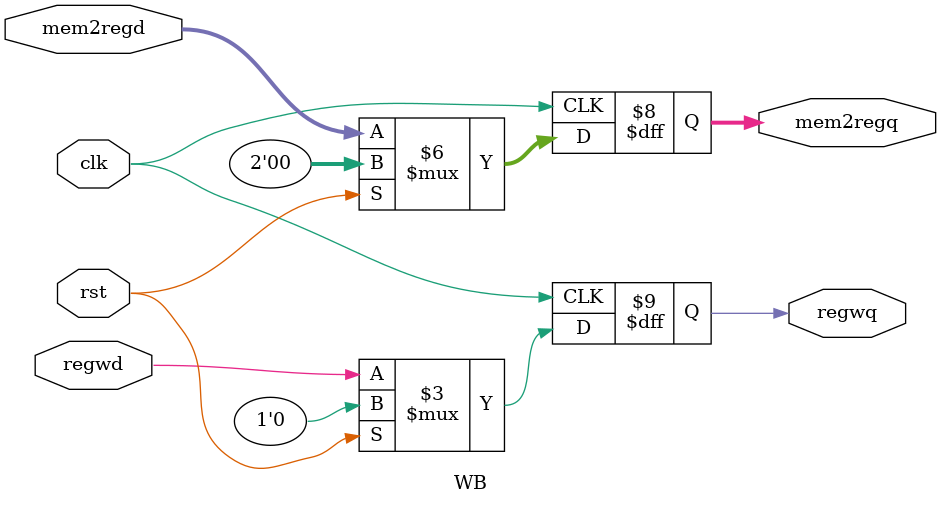
<source format=sv>
module WB (
    input  var logic        clk,
    input  var logic        rst,
    input  var logic  [1:0] mem2regd,
    input  var logic        regwd,
    output var logic  [1:0] mem2regq,
    output var logic        regwq
);
    always_ff @(posedge clk) begin
        if (rst)begin 
            mem2regq <= 2'b00;
            regwq    <= 1'b0;
        end
        else begin
            mem2regq <= mem2regd;
            regwq    <= regwd;
        end
    end
endmodule
</source>
